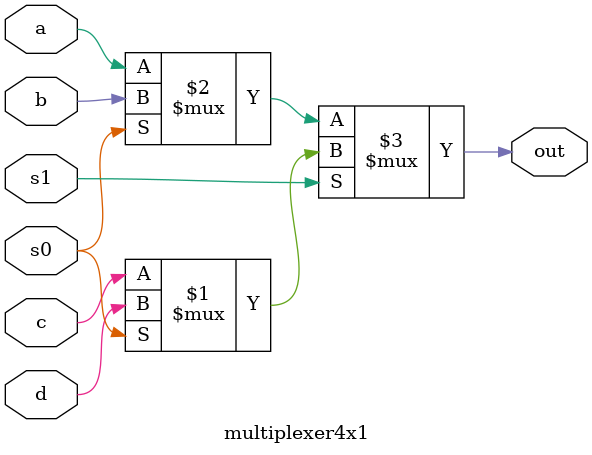
<source format=v>
`timescale 1ns / 1ps

module multiplexer4x1 ( input a, input b, input c, input d, input s0, s1, output out);

assign out = s1 ? (s0 ? d : c) : (s0 ? b : a);

endmodule
</source>
